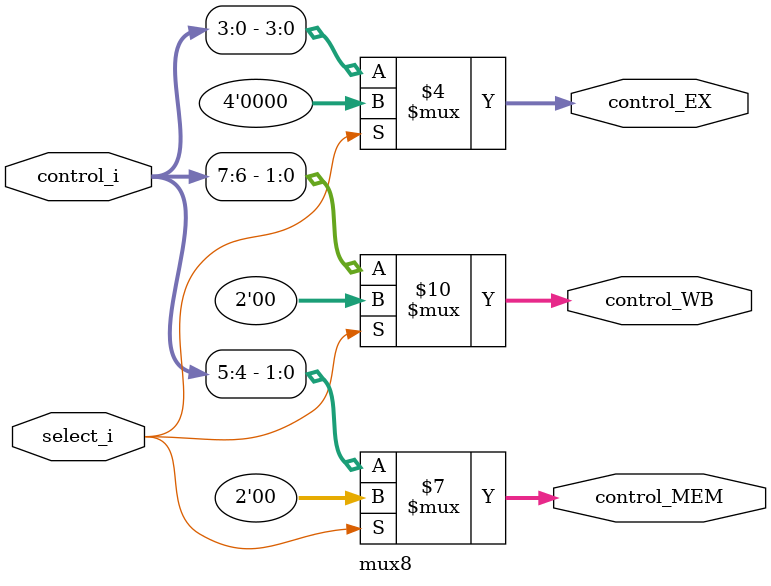
<source format=v>
module mux8
(
control_i,
select_i,
control_WB,
control_MEM,
control_EX
);

input	[7:0]	control_i;
input	select_i;
output	[1:0]	control_WB, control_MEM;
output	[3:0]	control_EX;


always@(control_i)begin
	if(select_i == 1'b0) begin
		control_WB = control_i[7:6];
		control_MEM = control_i[5:4];
		control_EX = control_i[3:0];
	end
	else begin
		control_WB = 2'b0;
		control_MEM = 2'b0;
		control_EX = 4'b0;
	end
end
endmodule
</source>
